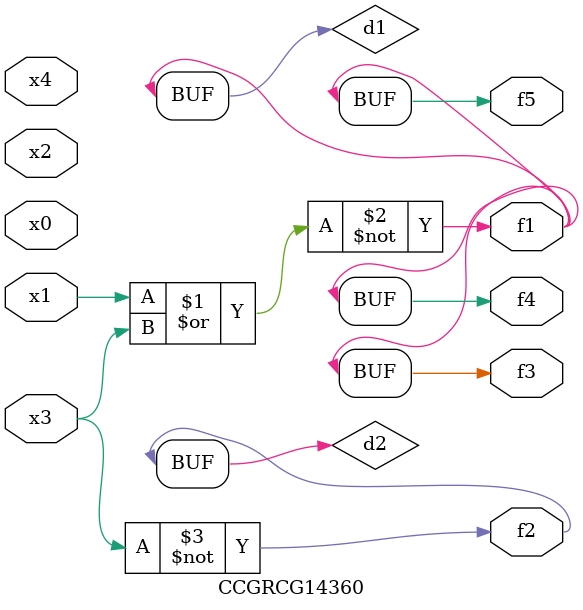
<source format=v>
module CCGRCG14360(
	input x0, x1, x2, x3, x4,
	output f1, f2, f3, f4, f5
);

	wire d1, d2;

	nor (d1, x1, x3);
	not (d2, x3);
	assign f1 = d1;
	assign f2 = d2;
	assign f3 = d1;
	assign f4 = d1;
	assign f5 = d1;
endmodule

</source>
